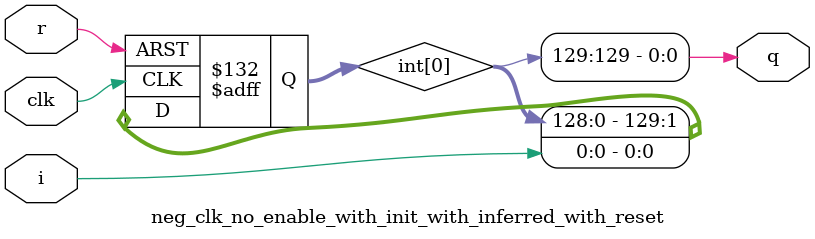
<source format=v>
(* top *)
module neg_clk_no_enable_with_init_with_inferred_with_reset #(parameter width=1, depth=130) (input clk, input [width-1:0] i, input r, output [width-1:0] q);
generate 
    reg [depth-1:0] int [width-1:0];

    genvar w, d;
    for (w = 0; w < width; w=w+1) begin
        for (d = 0; d < depth; d=d+1)
            initial int[w][d] <= ~((d+w) % 2);

        if (depth == 1) begin
            always @(negedge clk or posedge r) if (r) int[w] <= 1'b0; else int[w] <= i[w];
            assign q[w] = int[w];
        end
        else begin
            always @(negedge clk or posedge r) if (r) int[w] <= {width{1'b0}}; else int[w] <= { int[w][depth-2:0], i[w] };
            assign q[w] = int[w][depth-1];
        end
    end
endgenerate
endmodule

`ifndef _AUTOTB
module __test ;
    wire [4095:0] assert_area = "cd neg_clk_no_enable_with_init_with_inferred_with_reset; select t:SRL* -assert-none";
endmodule
`endif

</source>
